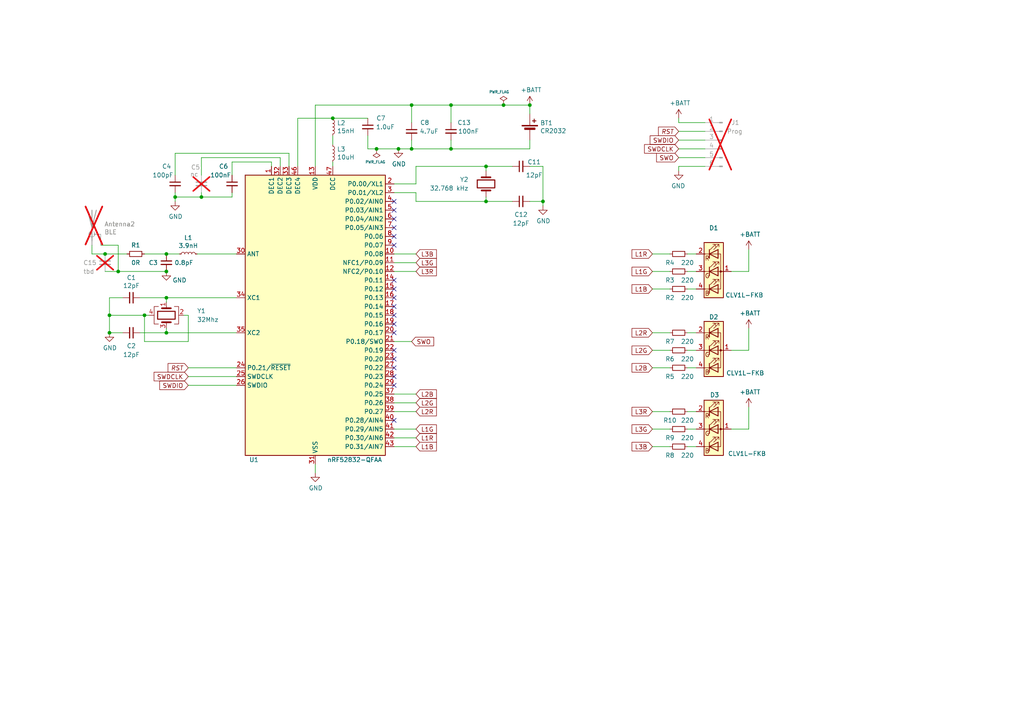
<source format=kicad_sch>
(kicad_sch (version 20231120) (generator "eeschema") (generator_version "8.0")
  (paper "A4")
  (lib_symbols
    (symbol "Device:Antenna_Shield" (pin_numbers hide) (pin_names (offset 1.016) hide)
      (property "Reference" "AE" (at -1.905 4.445 0))
      (property "Value" "Antenna_Shield" (at -1.905 2.54 0))
      (symbol "Antenna_Shield_0_1"
        (arc (start -0.508 -1.143) (mid -0.8429 -2.1194) (end 0 -2.667))
        (arc (start 0 -2.667) (mid 0.7989 -2.1052) (end 0.508 -1.143))
        (polyline (pts (xy 0 -2.54) (xy 0 0)))
        (polyline (pts (xy 0 5.08) (xy 0 -3.81)) (stroke (width 0.254)))
        (polyline (pts (xy 0.762 -1.905) (xy 2.54 -1.905)))
        (polyline (pts (xy 2.54 -2.54) (xy 2.54 -1.905)))
        (polyline (pts (xy 1.27 5.08) (xy 0 0) (xy -1.27 5.08)) (stroke (width 0.254)))
        (circle (center 0.762 -1.905) (radius 0.1778) (fill (type outline)))
      )
      (symbol "Antenna_Shield_1_1"
        (pin input line (at 0 -5.08 90) (length 2.54) (name "A") (number "1"))
        (pin input line (at 2.54 -5.08 90) (length 2.54) (name "Shield") (number "2"))
      )
    )
    (symbol "Device:Battery_Cell" (pin_numbers hide) (pin_names (offset 0) hide)
      (property "Reference" "BT" (at 2.54 2.54 0))
      (property "Value" "Battery_Cell" (at 2.54 0 0))
      (symbol "Battery_Cell_0_1"
        (rectangle (start -2.286 1.778) (end 2.286 1.524) (fill (type outline)))
        (rectangle (start -1.524 1.016) (end 1.524 0.508) (fill (type outline)))
        (polyline (pts (xy 0 0.762) (xy 0 0)))
        (polyline (pts (xy 0 1.778) (xy 0 2.54)))
        (polyline (pts (xy 0.762 3.048) (xy 1.778 3.048)) (stroke (width 0.254)))
        (polyline (pts (xy 1.27 3.556) (xy 1.27 2.54)) (stroke (width 0.254)))
      )
      (symbol "Battery_Cell_1_1"
        (pin passive line (at 0 5.08 270) (length 2.54) (name "+") (number "1"))
        (pin passive line (at 0 -2.54 90) (length 2.54) (name "-") (number "2"))
      )
    )
    (symbol "Device:C_Small" (pin_numbers hide) (pin_names (offset 0.254) hide)
      (property "Reference" "C" (at 0.254 1.778 0))
      (property "Value" "C_Small" (at 0.254 -2.032 0))
      (symbol "C_Small_0_1"
        (polyline (pts (xy -1.524 -0.508) (xy 1.524 -0.508)) (stroke (width 0.3302)))
        (polyline (pts (xy -1.524 0.508) (xy 1.524 0.508)) (stroke (width 0.3048)))
      )
      (symbol "C_Small_1_1"
        (pin passive line (at 0 2.54 270) (length 2.032) (name "~") (number "1"))
        (pin passive line (at 0 -2.54 90) (length 2.032) (name "~") (number "2"))
      )
    )
    (symbol "Device:Crystal" (pin_numbers hide) (pin_names (offset 1.016) hide)
      (property "Reference" "Y" (at 0 3.81 0))
      (property "Value" "Crystal" (at 0 -3.81 0))
      (symbol "Crystal_0_1"
        (rectangle (start -1.143 2.54) (end 1.143 -2.54) (stroke (width 0.3048)))
        (polyline (pts (xy -2.54 0) (xy -1.905 0)))
        (polyline (pts (xy -1.905 -1.27) (xy -1.905 1.27)) (stroke (width 0.508)))
        (polyline (pts (xy 1.905 -1.27) (xy 1.905 1.27)) (stroke (width 0.508)))
        (polyline (pts (xy 2.54 0) (xy 1.905 0)))
      )
      (symbol "Crystal_1_1"
        (pin passive line (at -3.81 0 0) (length 1.27) (name "1") (number "1"))
        (pin passive line (at 3.81 0 180) (length 1.27) (name "2") (number "2"))
      )
    )
    (symbol "Device:Crystal_GND24" (pin_names (offset 1.016) hide)
      (property "Reference" "Y" (at 3.175 5.08 0))
      (property "Value" "Crystal_GND24" (at 3.175 3.175 0))
      (symbol "Crystal_GND24_0_1"
        (rectangle (start -1.143 2.54) (end 1.143 -2.54) (stroke (width 0.3048)))
        (polyline (pts (xy -2.54 0) (xy -2.032 0)))
        (polyline (pts (xy -2.032 -1.27) (xy -2.032 1.27)) (stroke (width 0.508)))
        (polyline (pts (xy 0 -3.81) (xy 0 -3.556)))
        (polyline (pts (xy 0 3.556) (xy 0 3.81)))
        (polyline (pts (xy 2.032 -1.27) (xy 2.032 1.27)) (stroke (width 0.508)))
        (polyline (pts (xy 2.032 0) (xy 2.54 0)))
        (polyline (pts (xy -2.54 -2.286) (xy -2.54 -3.556) (xy 2.54 -3.556) (xy 2.54 -2.286)))
        (polyline (pts (xy -2.54 2.286) (xy -2.54 3.556) (xy 2.54 3.556) (xy 2.54 2.286)))
      )
      (symbol "Crystal_GND24_1_1"
        (pin passive line (at -3.81 0 0) (length 1.27) (name "1") (number "1"))
        (pin passive line (at 0 5.08 270) (length 1.27) (name "2") (number "2"))
        (pin passive line (at 3.81 0 180) (length 1.27) (name "3") (number "3"))
        (pin passive line (at 0 -5.08 90) (length 1.27) (name "4") (number "4"))
      )
    )
    (symbol "Device:LED_ARGB" (pin_names (offset 0) hide)
      (property "Reference" "D" (at 0 9.398 0))
      (property "Value" "LED_ARGB" (at 0 -8.89 0))
      (symbol "LED_ARGB_0_0"
        (text "B" (at -1.905 -6.35 0) (effects (font (size 1.27 1.27))))
        (text "G" (at -1.905 -1.27 0) (effects (font (size 1.27 1.27))))
        (text "R" (at -1.905 3.81 0) (effects (font (size 1.27 1.27))))
      )
      (symbol "LED_ARGB_0_1"
        (polyline (pts (xy -1.27 -5.08) (xy -2.54 -5.08)))
        (polyline (pts (xy -1.27 -5.08) (xy 1.27 -5.08)))
        (polyline (pts (xy -1.27 -3.81) (xy -1.27 -6.35)) (stroke (width 0.254)))
        (polyline (pts (xy -1.27 0) (xy -2.54 0)))
        (polyline (pts (xy -1.27 1.27) (xy -1.27 -1.27)) (stroke (width 0.254)))
        (polyline (pts (xy -1.27 5.08) (xy -2.54 5.08)))
        (polyline (pts (xy -1.27 5.08) (xy 1.27 5.08)))
        (polyline (pts (xy -1.27 6.35) (xy -1.27 3.81)) (stroke (width 0.254)))
        (polyline (pts (xy 1.27 0) (xy -1.27 0)))
        (polyline (pts (xy 1.27 0) (xy 2.54 0)))
        (polyline (pts (xy -1.27 1.27) (xy -1.27 -1.27) (xy -1.27 -1.27)))
        (polyline (pts (xy -1.27 6.35) (xy -1.27 3.81) (xy -1.27 3.81)))
        (polyline (pts (xy 1.27 -5.08) (xy 2.032 -5.08) (xy 2.032 5.08) (xy 1.27 5.08)))
        (polyline (pts (xy 1.27 -3.81) (xy 1.27 -6.35) (xy -1.27 -5.08) (xy 1.27 -3.81)) (stroke (width 0.254)))
        (polyline (pts (xy 1.27 1.27) (xy 1.27 -1.27) (xy -1.27 0) (xy 1.27 1.27)) (stroke (width 0.254)))
        (polyline (pts (xy 1.27 6.35) (xy 1.27 3.81) (xy -1.27 5.08) (xy 1.27 6.35)) (stroke (width 0.254)))
        (polyline (pts (xy -1.016 -3.81) (xy 0.508 -2.286) (xy -0.254 -2.286) (xy 0.508 -2.286) (xy 0.508 -3.048)))
        (polyline (pts (xy -1.016 1.27) (xy 0.508 2.794) (xy -0.254 2.794) (xy 0.508 2.794) (xy 0.508 2.032)))
        (polyline (pts (xy -1.016 6.35) (xy 0.508 7.874) (xy -0.254 7.874) (xy 0.508 7.874) (xy 0.508 7.112)))
        (polyline (pts (xy 0 -3.81) (xy 1.524 -2.286) (xy 0.762 -2.286) (xy 1.524 -2.286) (xy 1.524 -3.048)))
        (polyline (pts (xy 0 1.27) (xy 1.524 2.794) (xy 0.762 2.794) (xy 1.524 2.794) (xy 1.524 2.032)))
        (polyline (pts (xy 0 6.35) (xy 1.524 7.874) (xy 0.762 7.874) (xy 1.524 7.874) (xy 1.524 7.112)))
        (rectangle (start 1.27 -1.27) (end 1.27 1.27))
        (rectangle (start 1.27 1.27) (end 1.27 1.27))
        (rectangle (start 1.27 3.81) (end 1.27 6.35))
        (rectangle (start 1.27 6.35) (end 1.27 6.35))
        (circle (center 2.032 0) (radius 0.254) (fill (type outline)))
        (rectangle (start 2.794 8.382) (end -2.794 -7.62) (stroke (width 0.254)) (fill (type background)))
      )
      (symbol "LED_ARGB_1_1"
        (pin passive line (at 5.08 0 180) (length 2.54) (name "A") (number "1"))
        (pin passive line (at -5.08 5.08 0) (length 2.54) (name "RK") (number "2"))
        (pin passive line (at -5.08 0 0) (length 2.54) (name "GK") (number "3"))
        (pin passive line (at -5.08 -5.08 0) (length 2.54) (name "BK") (number "4"))
      )
    )
    (symbol "Device:L_Small" (pin_numbers hide) (pin_names (offset 0.254) hide)
      (property "Reference" "L" (at 0.762 1.016 0))
      (property "Value" "L_Small" (at 0.762 -1.016 0))
      (symbol "L_Small_0_1"
        (arc (start 0 -2.032) (mid 0.5058 -1.524) (end 0 -1.016))
        (arc (start 0 -1.016) (mid 0.5058 -0.508) (end 0 0))
        (arc (start 0 0) (mid 0.5058 0.508) (end 0 1.016))
        (arc (start 0 1.016) (mid 0.5058 1.524) (end 0 2.032))
      )
      (symbol "L_Small_1_1"
        (pin passive line (at 0 2.54 270) (length 0.508) (name "~") (number "1"))
        (pin passive line (at 0 -2.54 90) (length 0.508) (name "~") (number "2"))
      )
    )
    (symbol "Device:R_Small" (pin_numbers hide) (pin_names (offset 0.254) hide)
      (property "Reference" "R" (at 0.762 0.508 0))
      (property "Value" "R_Small" (at 0.762 -1.016 0))
      (symbol "R_Small_0_1"
        (rectangle (start -0.762 1.778) (end 0.762 -1.778) (stroke (width 0.2032)))
      )
      (symbol "R_Small_1_1"
        (pin passive line (at 0 2.54 270) (length 0.762) (name "~") (number "1"))
        (pin passive line (at 0 -2.54 90) (length 0.762) (name "~") (number "2"))
      )
    )
    (symbol "MCU_Nordic:nRF52832-QFxx"
      (property "Reference" "U" (at 0 1.27 0))
      (property "Value" "nRF52832-QFxx" (at 0 -1.27 0))
      (symbol "nRF52832-QFxx_0_1"
        (rectangle (start -20.32 40.64) (end 20.32 -40.64) (stroke (width 0.254)) (fill (type background)))
      )
      (symbol "nRF52832-QFxx_1_1"
        (pin passive line (at -12.7 43.18 270) (length 2.54) (name "DEC1") (number "1"))
        (pin bidirectional line (at 22.86 17.78 180) (length 2.54) (name "P0.08") (number "10"))
        (pin bidirectional line (at 22.86 15.24 180) (length 2.54) (name "NFC1/P0.09") (number "11"))
        (pin bidirectional line (at 22.86 12.7 180) (length 2.54) (name "NFC2/P0.10") (number "12"))
        (pin power_in line (at 0 43.18 270) (length 2.54) (name "VDD") (number "13"))
        (pin bidirectional line (at 22.86 10.16 180) (length 2.54) (name "P0.11") (number "14"))
        (pin bidirectional line (at 22.86 7.62 180) (length 2.54) (name "P0.12") (number "15"))
        (pin bidirectional line (at 22.86 5.08 180) (length 2.54) (name "P0.13") (number "16"))
        (pin bidirectional line (at 22.86 2.54 180) (length 2.54) (name "P0.14") (number "17"))
        (pin bidirectional line (at 22.86 0 180) (length 2.54) (name "P0.15") (number "18"))
        (pin bidirectional line (at 22.86 -2.54 180) (length 2.54) (name "P0.16") (number "19"))
        (pin bidirectional line (at 22.86 38.1 180) (length 2.54) (name "P0.00/XL1") (number "2"))
        (pin bidirectional line (at 22.86 -5.08 180) (length 2.54) (name "P0.17") (number "20"))
        (pin bidirectional line (at 22.86 -7.62 180) (length 2.54) (name "P0.18/SWO") (number "21"))
        (pin bidirectional line (at 22.86 -10.16 180) (length 2.54) (name "P0.19") (number "22"))
        (pin bidirectional line (at 22.86 -12.7 180) (length 2.54) (name "P0.20") (number "23"))
        (pin bidirectional line (at -22.86 -15.24 0) (length 2.54) (name "P0.21/~{RESET}") (number "24"))
        (pin input line (at -22.86 -17.78 0) (length 2.54) (name "SWDCLK") (number "25"))
        (pin bidirectional line (at -22.86 -20.32 0) (length 2.54) (name "SWDIO") (number "26"))
        (pin bidirectional line (at 22.86 -15.24 180) (length 2.54) (name "P0.22") (number "27"))
        (pin bidirectional line (at 22.86 -17.78 180) (length 2.54) (name "P0.23") (number "28"))
        (pin bidirectional line (at 22.86 -20.32 180) (length 2.54) (name "P0.24") (number "29"))
        (pin bidirectional line (at 22.86 35.56 180) (length 2.54) (name "P0.01/XL2") (number "3"))
        (pin passive line (at -22.86 17.78 0) (length 2.54) (name "ANT") (number "30"))
        (pin power_in line (at 0 -43.18 90) (length 2.54) (name "VSS") (number "31"))
        (pin passive line (at -10.16 43.18 270) (length 2.54) (name "DEC2") (number "32"))
        (pin passive line (at -7.62 43.18 270) (length 2.54) (name "DEC3") (number "33"))
        (pin input line (at -22.86 5.08 0) (length 2.54) (name "XC1") (number "34"))
        (pin input line (at -22.86 -5.08 0) (length 2.54) (name "XC2") (number "35"))
        (pin passive line (at 0 43.18 270) (length 2.54) hide (name "VDD") (number "36"))
        (pin bidirectional line (at 22.86 -22.86 180) (length 2.54) (name "P0.25") (number "37"))
        (pin bidirectional line (at 22.86 -25.4 180) (length 2.54) (name "P0.26") (number "38"))
        (pin bidirectional line (at 22.86 -27.94 180) (length 2.54) (name "P0.27") (number "39"))
        (pin bidirectional line (at 22.86 33.02 180) (length 2.54) (name "P0.02/AIN0") (number "4"))
        (pin bidirectional line (at 22.86 -30.48 180) (length 2.54) (name "P0.28/AIN4") (number "40"))
        (pin bidirectional line (at 22.86 -33.02 180) (length 2.54) (name "P0.29/AIN5") (number "41"))
        (pin bidirectional line (at 22.86 -35.56 180) (length 2.54) (name "P0.30/AIN6") (number "42"))
        (pin bidirectional line (at 22.86 -38.1 180) (length 2.54) (name "P0.31/AIN7") (number "43"))
        (pin no_connect line (at -20.32 -30.48 0) (length 2.54) hide (name "NC") (number "44"))
        (pin passive line (at 0 -43.18 90) (length 2.54) hide (name "VSS") (number "45"))
        (pin passive line (at -5.08 43.18 270) (length 2.54) (name "DEC4") (number "46"))
        (pin power_out line (at 5.08 43.18 270) (length 2.54) (name "DCC") (number "47"))
        (pin passive line (at 0 43.18 270) (length 2.54) hide (name "VDD") (number "48"))
        (pin passive line (at 0 -43.18 90) (length 2.54) hide (name "VSS") (number "49"))
        (pin bidirectional line (at 22.86 30.48 180) (length 2.54) (name "P0.03/AIN1") (number "5"))
        (pin bidirectional line (at 22.86 27.94 180) (length 2.54) (name "P0.04/AIN2") (number "6"))
        (pin bidirectional line (at 22.86 25.4 180) (length 2.54) (name "P0.05/AIN3") (number "7"))
        (pin bidirectional line (at 22.86 22.86 180) (length 2.54) (name "P0.06") (number "8"))
        (pin bidirectional line (at 22.86 20.32 180) (length 2.54) (name "P0.07") (number "9"))
      )
    )
    (symbol "Snowflake-Ornament-rescue:+BATT-power" (power) (pin_names (offset 0))
      (property "Value" "power_+BATT" (at 0 3.556 0))
      (symbol "+BATT-power_0_1"
        (polyline (pts (xy -0.762 1.27) (xy 0 2.54)))
        (polyline (pts (xy 0 0) (xy 0 2.54)))
        (polyline (pts (xy 0 2.54) (xy 0.762 1.27)))
      )
      (symbol "+BATT-power_1_1"
        (pin power_in line (at 0 0 90) (length 0) hide (name "+BATT") (number "1"))
      )
    )
    (symbol "Snowflake-Ornament-rescue:Conn_01x06_Male-Connector" (pin_names (offset 1.016) hide)
      (property "Reference" "J" (at 0 7.62 0))
      (property "Value" "Connector_Conn_01x06_Male" (at 0 -10.16 0))
      (symbol "Conn_01x06_Male-Connector_1_1"
        (polyline (pts (xy 1.27 -7.62) (xy 0.8636 -7.62)) (stroke (width 0.1524)))
        (polyline (pts (xy 1.27 -5.08) (xy 0.8636 -5.08)) (stroke (width 0.1524)))
        (polyline (pts (xy 1.27 -2.54) (xy 0.8636 -2.54)) (stroke (width 0.1524)))
        (polyline (pts (xy 1.27 0) (xy 0.8636 0)) (stroke (width 0.1524)))
        (polyline (pts (xy 1.27 2.54) (xy 0.8636 2.54)) (stroke (width 0.1524)))
        (polyline (pts (xy 1.27 5.08) (xy 0.8636 5.08)) (stroke (width 0.1524)))
        (rectangle (start 0.8636 -7.493) (end 0 -7.747) (stroke (width 0.1524)) (fill (type outline)))
        (rectangle (start 0.8636 -4.953) (end 0 -5.207) (stroke (width 0.1524)) (fill (type outline)))
        (rectangle (start 0.8636 -2.413) (end 0 -2.667) (stroke (width 0.1524)) (fill (type outline)))
        (rectangle (start 0.8636 0.127) (end 0 -0.127) (stroke (width 0.1524)) (fill (type outline)))
        (rectangle (start 0.8636 2.667) (end 0 2.413) (stroke (width 0.1524)) (fill (type outline)))
        (rectangle (start 0.8636 5.207) (end 0 4.953) (stroke (width 0.1524)) (fill (type outline)))
        (pin passive line (at 5.08 5.08 180) (length 3.81) (name "Pin_1") (number "1"))
        (pin passive line (at 5.08 2.54 180) (length 3.81) (name "Pin_2") (number "2"))
        (pin passive line (at 5.08 0 180) (length 3.81) (name "Pin_3") (number "3"))
        (pin passive line (at 5.08 -2.54 180) (length 3.81) (name "Pin_4") (number "4"))
        (pin passive line (at 5.08 -5.08 180) (length 3.81) (name "Pin_5") (number "5"))
        (pin passive line (at 5.08 -7.62 180) (length 3.81) (name "Pin_6") (number "6"))
      )
    )
    (symbol "Snowflake-Ornament-rescue:GND-power" (power) (pin_names (offset 0))
      (property "Value" "power_GND" (at 0 -3.81 0))
      (symbol "GND-power_0_1"
        (polyline (pts (xy 0 0) (xy 0 -1.27) (xy 1.27 -1.27) (xy 0 -2.54) (xy -1.27 -1.27) (xy 0 -1.27)))
      )
      (symbol "GND-power_1_1"
        (pin power_in line (at 0 0 270) (length 0) hide (name "GND") (number "1"))
      )
    )
    (symbol "Snowflake-Ornament-rescue:PWR_FLAG-power" (power) (pin_numbers hide) (pin_names (offset 0) hide)
      (property "Value" "power_PWR_FLAG" (at 0 3.81 0))
      (symbol "PWR_FLAG-power_0_0"
        (pin power_out line (at 0 0 90) (length 0) (name "pwr") (number "1"))
      )
      (symbol "PWR_FLAG-power_0_1"
        (polyline (pts (xy 0 0) (xy 0 1.27) (xy -1.016 1.905) (xy 0 2.54) (xy 1.016 1.905) (xy 0 1.27)))
      )
    )
  )
  (junction (at 58.42 57.15))
  (junction (at 146.05 30.48))
  (junction (at 34.29 78.74))
  (junction (at 119.38 43.18))
  (junction (at 48.26 96.52))
  (junction (at 140.97 58.42))
  (junction (at 50.8 57.15))
  (junction (at 157.48 58.42))
  (junction (at 48.26 78.74))
  (junction (at 48.26 86.36))
  (junction (at 30.48 73.66))
  (junction (at 130.81 30.48))
  (junction (at 119.38 30.48))
  (junction (at 41.91 91.44))
  (junction (at 115.57 43.18))
  (junction (at 31.75 91.44))
  (junction (at 109.22 43.18))
  (junction (at 96.52 34.29))
  (junction (at 140.97 48.26))
  (junction (at 130.81 43.18))
  (junction (at 153.67 30.48))
  (junction (at 48.26 73.66))
  (junction (at 31.75 96.52))
  (no_connect (at 114.3 91.44))
  (no_connect (at 114.3 104.14))
  (no_connect (at 114.3 58.42))
  (no_connect (at 114.3 96.52))
  (no_connect (at 114.3 111.76))
  (no_connect (at 114.3 93.98))
  (no_connect (at 114.3 101.6))
  (no_connect (at 114.3 81.28))
  (no_connect (at 114.3 63.5))
  (no_connect (at 114.3 88.9))
  (no_connect (at 114.3 71.12))
  (no_connect (at 114.3 106.68))
  (no_connect (at 114.3 83.82))
  (no_connect (at 114.3 68.58))
  (no_connect (at 114.3 121.92))
  (no_connect (at 114.3 109.22))
  (no_connect (at 114.3 66.04))
  (no_connect (at 114.3 60.96))
  (no_connect (at 114.3 86.36))
  (wire (pts (xy 119.38 40.64) (xy 119.38 43.18)))
  (wire (pts (xy 120.65 129.54) (xy 114.3 129.54)))
  (wire (pts (xy 50.8 44.45) (xy 50.8 50.8)))
  (wire (pts (xy 157.48 48.26) (xy 157.48 58.42)))
  (wire (pts (xy 34.29 71.12) (xy 34.29 78.74)))
  (wire (pts (xy 114.3 55.88) (xy 120.65 55.88)))
  (wire (pts (xy 120.65 48.26) (xy 140.97 48.26)))
  (wire (pts (xy 109.22 43.18) (xy 106.68 43.18)))
  (wire (pts (xy 114.3 73.66) (xy 120.65 73.66)))
  (wire (pts (xy 212.09 124.46) (xy 217.17 124.46)))
  (wire (pts (xy 67.31 57.15) (xy 67.31 55.88)))
  (wire (pts (xy 31.75 96.52) (xy 35.56 96.52)))
  (wire (pts (xy 81.28 48.26) (xy 81.28 45.72)))
  (wire (pts (xy 204.47 35.56) (xy 196.85 35.56)))
  (wire (pts (xy 120.65 53.34) (xy 114.3 53.34)))
  (wire (pts (xy 68.58 96.52) (xy 48.26 96.52)))
  (wire (pts (xy 212.09 101.6) (xy 217.17 101.6)))
  (wire (pts (xy 146.05 30.48) (xy 153.67 30.48)))
  (wire (pts (xy 199.39 96.52) (xy 201.93 96.52)))
  (wire (pts (xy 41.91 99.06) (xy 41.91 91.44)))
  (wire (pts (xy 130.81 43.18) (xy 153.67 43.18)))
  (wire (pts (xy 157.48 48.26) (xy 153.67 48.26)))
  (wire (pts (xy 68.58 111.76) (xy 54.61 111.76)))
  (wire (pts (xy 204.47 45.72) (xy 196.85 45.72)))
  (wire (pts (xy 106.68 34.29) (xy 96.52 34.29)))
  (wire (pts (xy 114.3 76.2) (xy 120.65 76.2)))
  (wire (pts (xy 96.52 34.29) (xy 86.36 34.29)))
  (wire (pts (xy 53.34 91.44) (xy 54.61 91.44)))
  (wire (pts (xy 54.61 91.44) (xy 54.61 99.06)))
  (wire (pts (xy 199.39 124.46) (xy 201.93 124.46)))
  (wire (pts (xy 120.65 124.46) (xy 114.3 124.46)))
  (wire (pts (xy 40.64 96.52) (xy 48.26 96.52)))
  (wire (pts (xy 199.39 106.68) (xy 201.93 106.68)))
  (wire (pts (xy 83.82 48.26) (xy 83.82 44.45)))
  (wire (pts (xy 50.8 57.15) (xy 58.42 57.15)))
  (wire (pts (xy 204.47 40.64) (xy 196.85 40.64)))
  (wire (pts (xy 196.85 43.18) (xy 204.47 43.18)))
  (wire (pts (xy 78.74 46.99) (xy 78.74 48.26)))
  (wire (pts (xy 130.81 43.18) (xy 119.38 43.18)))
  (wire (pts (xy 120.65 119.38) (xy 114.3 119.38)))
  (wire (pts (xy 153.67 33.02) (xy 153.67 30.48)))
  (wire (pts (xy 194.31 129.54) (xy 189.23 129.54)))
  (wire (pts (xy 48.26 86.36) (xy 40.64 86.36)))
  (wire (pts (xy 119.38 35.56) (xy 119.38 30.48)))
  (wire (pts (xy 58.42 57.15) (xy 58.42 55.88)))
  (wire (pts (xy 115.57 43.18) (xy 109.22 43.18)))
  (wire (pts (xy 67.31 46.99) (xy 78.74 46.99)))
  (wire (pts (xy 86.36 34.29) (xy 86.36 48.26)))
  (wire (pts (xy 30.48 73.66) (xy 26.67 73.66)))
  (wire (pts (xy 194.31 101.6) (xy 189.23 101.6)))
  (wire (pts (xy 50.8 57.15) (xy 50.8 58.42)))
  (wire (pts (xy 48.26 78.74) (xy 34.29 78.74)))
  (wire (pts (xy 212.09 78.74) (xy 217.17 78.74)))
  (wire (pts (xy 196.85 38.1) (xy 204.47 38.1)))
  (wire (pts (xy 140.97 58.42) (xy 148.59 58.42)))
  (wire (pts (xy 41.91 73.66) (xy 48.26 73.66)))
  (wire (pts (xy 130.81 30.48) (xy 146.05 30.48)))
  (wire (pts (xy 189.23 96.52) (xy 194.31 96.52)))
  (wire (pts (xy 130.81 40.64) (xy 130.81 43.18)))
  (wire (pts (xy 189.23 119.38) (xy 194.31 119.38)))
  (wire (pts (xy 199.39 119.38) (xy 201.93 119.38)))
  (wire (pts (xy 106.68 43.18) (xy 106.68 39.37)))
  (wire (pts (xy 217.17 101.6) (xy 217.17 95.25)))
  (wire (pts (xy 196.85 35.56) (xy 196.85 34.29)))
  (wire (pts (xy 194.31 106.68) (xy 189.23 106.68)))
  (wire (pts (xy 199.39 78.74) (xy 201.93 78.74)))
  (wire (pts (xy 120.65 114.3) (xy 114.3 114.3)))
  (wire (pts (xy 34.29 78.74) (xy 30.48 78.74)))
  (wire (pts (xy 57.15 73.66) (xy 68.58 73.66)))
  (wire (pts (xy 194.31 124.46) (xy 189.23 124.46)))
  (wire (pts (xy 194.31 83.82) (xy 189.23 83.82)))
  (wire (pts (xy 199.39 83.82) (xy 201.93 83.82)))
  (wire (pts (xy 196.85 49.53) (xy 196.85 48.26)))
  (wire (pts (xy 58.42 45.72) (xy 58.42 50.8)))
  (wire (pts (xy 91.44 137.16) (xy 91.44 134.62)))
  (wire (pts (xy 48.26 86.36) (xy 48.26 87.63)))
  (wire (pts (xy 96.52 41.91) (xy 96.52 39.37)))
  (wire (pts (xy 120.65 116.84) (xy 114.3 116.84)))
  (wire (pts (xy 26.67 73.66) (xy 26.67 71.12)))
  (wire (pts (xy 119.38 43.18) (xy 115.57 43.18)))
  (wire (pts (xy 114.3 78.74) (xy 120.65 78.74)))
  (wire (pts (xy 29.21 71.12) (xy 34.29 71.12)))
  (wire (pts (xy 114.3 99.06) (xy 119.38 99.06)))
  (wire (pts (xy 199.39 101.6) (xy 201.93 101.6)))
  (wire (pts (xy 204.47 48.26) (xy 196.85 48.26)))
  (wire (pts (xy 96.52 46.99) (xy 96.52 48.26)))
  (wire (pts (xy 41.91 91.44) (xy 31.75 91.44)))
  (wire (pts (xy 41.91 99.06) (xy 54.61 99.06)))
  (wire (pts (xy 58.42 45.72) (xy 81.28 45.72)))
  (wire (pts (xy 119.38 30.48) (xy 130.81 30.48)))
  (wire (pts (xy 50.8 55.88) (xy 50.8 57.15)))
  (wire (pts (xy 48.26 96.52) (xy 48.26 95.25)))
  (wire (pts (xy 189.23 73.66) (xy 194.31 73.66)))
  (wire (pts (xy 50.8 44.45) (xy 83.82 44.45)))
  (wire (pts (xy 217.17 124.46) (xy 217.17 118.11)))
  (wire (pts (xy 157.48 58.42) (xy 157.48 59.69)))
  (wire (pts (xy 194.31 78.74) (xy 189.23 78.74)))
  (wire (pts (xy 52.07 73.66) (xy 48.26 73.66)))
  (wire (pts (xy 120.65 48.26) (xy 120.65 53.34)))
  (wire (pts (xy 54.61 106.68) (xy 68.58 106.68)))
  (wire (pts (xy 148.59 48.26) (xy 140.97 48.26)))
  (wire (pts (xy 31.75 86.36) (xy 31.75 91.44)))
  (wire (pts (xy 153.67 58.42) (xy 157.48 58.42)))
  (wire (pts (xy 217.17 78.74) (xy 217.17 72.39)))
  (wire (pts (xy 120.65 55.88) (xy 120.65 58.42)))
  (wire (pts (xy 120.65 58.42) (xy 140.97 58.42)))
  (wire (pts (xy 30.48 73.66) (xy 36.83 73.66)))
  (wire (pts (xy 31.75 91.44) (xy 31.75 96.52)))
  (wire (pts (xy 140.97 58.42) (xy 140.97 57.15)))
  (wire (pts (xy 199.39 129.54) (xy 201.93 129.54)))
  (wire (pts (xy 67.31 50.8) (xy 67.31 46.99)))
  (wire (pts (xy 68.58 86.36) (xy 48.26 86.36)))
  (wire (pts (xy 91.44 30.48) (xy 119.38 30.48)))
  (wire (pts (xy 130.81 35.56) (xy 130.81 30.48)))
  (wire (pts (xy 140.97 48.26) (xy 140.97 49.53)))
  (wire (pts (xy 199.39 73.66) (xy 201.93 73.66)))
  (wire (pts (xy 120.65 127) (xy 114.3 127)))
  (wire (pts (xy 153.67 40.64) (xy 153.67 43.18)))
  (wire (pts (xy 91.44 30.48) (xy 91.44 48.26)))
  (wire (pts (xy 68.58 109.22) (xy 54.61 109.22)))
  (wire (pts (xy 58.42 57.15) (xy 67.31 57.15)))
  (wire (pts (xy 43.18 91.44) (xy 41.91 91.44)))
  (wire (pts (xy 35.56 86.36) (xy 31.75 86.36)))
  (global_label "L1G" (shape input) (at 120.65 124.46 0) (property "Intersheetrefs" "${INTERSHEET_REFS}" (effects (hide yes))))
  (global_label "L3R" (shape input) (at 189.23 119.38 180) (property "Intersheetrefs" "${INTERSHEET_REFS}" (effects (hide yes))))
  (global_label "SWDCLK" (shape input) (at 196.85 43.18 180) (property "Intersheetrefs" "${INTERSHEET_REFS}" (effects (hide yes))))
  (global_label "L3B" (shape input) (at 120.65 73.66 0) (property "Intersheetrefs" "${INTERSHEET_REFS}" (effects (hide yes))))
  (global_label "L2R" (shape input) (at 120.65 119.38 0) (property "Intersheetrefs" "${INTERSHEET_REFS}" (effects (hide yes))))
  (global_label "L2G" (shape input) (at 120.65 116.84 0) (property "Intersheetrefs" "${INTERSHEET_REFS}" (effects (hide yes))))
  (global_label "SWO" (shape input) (at 196.85 45.72 180) (property "Intersheetrefs" "${INTERSHEET_REFS}" (effects (hide yes))))
  (global_label "L2R" (shape input) (at 189.23 96.52 180) (property "Intersheetrefs" "${INTERSHEET_REFS}" (effects (hide yes))))
  (global_label "SWDCLK" (shape input) (at 54.61 109.22 180) (property "Intersheetrefs" "${INTERSHEET_REFS}" (effects (hide yes))))
  (global_label "L1B" (shape input) (at 120.65 129.54 0) (property "Intersheetrefs" "${INTERSHEET_REFS}" (effects (hide yes))))
  (global_label "RST" (shape input) (at 196.85 38.1 180) (effects (font (italic yes))) (property "Intersheetrefs" "${INTERSHEET_REFS}" (effects (hide yes))))
  (global_label "L3R" (shape input) (at 120.65 78.74 0) (property "Intersheetrefs" "${INTERSHEET_REFS}" (effects (hide yes))))
  (global_label "SWDIO" (shape input) (at 196.85 40.64 180) (property "Intersheetrefs" "${INTERSHEET_REFS}" (effects (hide yes))))
  (global_label "L2B" (shape input) (at 120.65 114.3 0) (property "Intersheetrefs" "${INTERSHEET_REFS}" (effects (hide yes))))
  (global_label "RST" (shape input) (at 54.61 106.68 180) (effects (font (italic yes))) (property "Intersheetrefs" "${INTERSHEET_REFS}" (effects (hide yes))))
  (global_label "L1G" (shape input) (at 189.23 78.74 180) (property "Intersheetrefs" "${INTERSHEET_REFS}" (effects (hide yes))))
  (global_label "L1R" (shape input) (at 189.23 73.66 180) (property "Intersheetrefs" "${INTERSHEET_REFS}" (effects (hide yes))))
  (global_label "SWO" (shape input) (at 119.38 99.06 0) (property "Intersheetrefs" "${INTERSHEET_REFS}" (effects (hide yes))))
  (global_label "L1R" (shape input) (at 120.65 127 0) (property "Intersheetrefs" "${INTERSHEET_REFS}" (effects (hide yes))))
  (global_label "SWDIO" (shape input) (at 54.61 111.76 180) (property "Intersheetrefs" "${INTERSHEET_REFS}" (effects (hide yes))))
  (global_label "L2B" (shape input) (at 189.23 106.68 180) (property "Intersheetrefs" "${INTERSHEET_REFS}" (effects (hide yes))))
  (global_label "L1B" (shape input) (at 189.23 83.82 180) (property "Intersheetrefs" "${INTERSHEET_REFS}" (effects (hide yes))))
  (global_label "L2G" (shape input) (at 189.23 101.6 180) (property "Intersheetrefs" "${INTERSHEET_REFS}" (effects (hide yes))))
  (global_label "L3B" (shape input) (at 189.23 129.54 180) (property "Intersheetrefs" "${INTERSHEET_REFS}" (effects (hide yes))))
  (global_label "L3G" (shape input) (at 120.65 76.2 0) (property "Intersheetrefs" "${INTERSHEET_REFS}" (effects (hide yes))))
  (global_label "L3G" (shape input) (at 189.23 124.46 180) (property "Intersheetrefs" "${INTERSHEET_REFS}" (effects (hide yes))))
  (symbol (lib_id "MCU_Nordic:nRF52832-QFxx") (at 91.44 91.44 0) (unit 1)
    (property "Reference" "U1" (at 73.66 133.35 0))
    (property "Value" "nRF52832-QFAA" (at 102.87 133.35 0))
    (property "Footprint" "Package_DFN_QFN:QFN-48-1EP_6x6mm_P0.4mm_EP4.66x4.66mm" (effects (hide yes)))
  )
  (symbol (lib_id "Device:Crystal_GND24") (at 48.26 91.44 270) (unit 1)
    (property "Reference" "Y1" (at 57.15 90.17 90) (effects (justify left)))
    (property "Value" "32Mhz" (at 57.15 92.71 90) (effects (justify left)))
    (property "Footprint" "Crystal:Crystal_SMD_2016-4Pin_2.0x1.6mm" (effects (hide yes)))
    (property "Description" "XTAL SMD 2016, 32 MHz, Cl=8 pF, total tol. ±40 ppm" (effects (hide yes)))
  )
  (symbol (lib_id "Device:C_Small") (at 38.1 86.36 270) (unit 1)
    (property "Reference" "C1" (at 38.1 80.5434 90))
    (property "Value" "12pF" (at 38.1 82.8548 90))
    (property "Footprint" "Capacitor_SMD:C_0603_1608Metric" (effects (hide yes)))
    (property "Description" "Capacitor, NP0, ±2%" (effects (hide yes)))
  )
  (symbol (lib_id "Device:C_Small") (at 38.1 96.52 270) (unit 1)
    (property "Reference" "C2" (at 38.1 100.33 90))
    (property "Value" "12pF" (at 38.1 102.87 90))
    (property "Footprint" "Capacitor_SMD:C_0603_1608Metric" (effects (hide yes)))
    (property "Description" "Capacitor, NP0, ±2%" (effects (hide yes)))
  )
  (symbol (lib_id "Snowflake-Ornament-rescue:GND-power") (at 31.75 96.52 0) (unit 1)
    (property "Reference" "#PWR0101" (effects (hide yes)))
    (property "Value" "GND" (at 31.877 100.9142 0))
  )
  (symbol (lib_id "Device:L_Small") (at 54.61 73.66 90) (unit 1)
    (property "Reference" "L1" (at 54.61 68.961 90))
    (property "Value" "3.9nH" (at 54.61 71.2724 90))
    (property "Footprint" "Inductor_SMD:L_0603_1608Metric" (effects (hide yes)))
    (property "Description" "High frequency chip inductor ±5%" (effects (hide yes)))
  )
  (symbol (lib_id "Device:C_Small") (at 48.26 76.2 0) (unit 1)
    (property "Reference" "C3" (at 44.45 76.2 0))
    (property "Value" "0.8pF" (at 53.34 76.2 0))
    (property "Footprint" "Capacitor_SMD:C_0603_1608Metric" (effects (hide yes)))
    (property "Description" "Capacitor, NP0, ±5%" (effects (hide yes)))
  )
  (symbol (lib_id "Snowflake-Ornament-rescue:GND-power") (at 48.26 78.74 0) (unit 1)
    (property "Reference" "#PWR0104" (effects (hide yes)))
    (property "Value" "GND" (at 52.07 81.28 0))
  )
  (symbol (lib_id "Device:C_Small") (at 50.8 53.34 0) (unit 1)
    (property "Reference" "C4" (at 46.99 48.26 0) (effects (justify left)))
    (property "Value" "100pF" (at 44.196 50.8 0) (effects (justify left)))
    (property "Footprint" "Capacitor_SMD:C_0603_1608Metric" (effects (hide yes)))
    (property "Description" "Capacitor, X7R, ±10%" (effects (hide yes)))
  )
  (symbol (lib_id "Snowflake-Ornament-rescue:GND-power") (at 50.8 58.42 0) (unit 1)
    (property "Reference" "#PWR0105" (effects (hide yes)))
    (property "Value" "GND" (at 50.927 62.8142 0))
  )
  (symbol (lib_id "Device:C_Small") (at 58.42 53.34 0) (unit 1) (dnp yes)
    (property "Reference" "C5" (at 55.372 48.514 0) (effects (justify left)))
    (property "Value" "nc" (at 55.118 50.546 0) (effects (justify left)))
    (property "Footprint" "Capacitor_SMD:C_0603_1608Metric" (effects (hide yes)))
    (property "Description" "Capacitor, NP0, ±5%" (effects (hide yes)))
  )
  (symbol (lib_id "Device:C_Small") (at 67.31 53.34 0) (unit 1)
    (property "Reference" "C6" (at 63.5 48.26 0) (effects (justify left)))
    (property "Value" "100nF" (at 60.96 50.8 0) (effects (justify left)))
    (property "Footprint" "Capacitor_SMD:C_0603_1608Metric" (effects (hide yes)))
    (property "Description" "Capacitor, NP0, ±5%" (effects (hide yes)))
  )
  (symbol (lib_id "Snowflake-Ornament-rescue:GND-power") (at 115.57 43.18 0) (unit 1)
    (property "Reference" "#PWR0106" (effects (hide yes)))
    (property "Value" "GND" (at 115.697 47.5742 0))
  )
  (symbol (lib_id "Device:L_Small") (at 96.52 44.45 0) (unit 1)
    (property "Reference" "L3" (at 97.7392 43.2816 0) (effects (justify left)))
    (property "Value" "10uH" (at 97.7392 45.593 0) (effects (justify left)))
    (property "Footprint" "Inductor_SMD:L_0603_1608Metric" (effects (hide yes)))
    (property "Description" "Chip inductor, IDC,min = 50 mA, ±20%" (effects (hide yes)))
  )
  (symbol (lib_id "Device:L_Small") (at 96.52 36.83 0) (unit 1)
    (property "Reference" "L2" (at 97.7392 35.6616 0) (effects (justify left)))
    (property "Value" "15nH" (at 97.7392 37.973 0) (effects (justify left)))
    (property "Footprint" "Inductor_SMD:L_0603_1608Metric" (effects (hide yes)))
    (property "Description" "High frequency chip inductor ±10%" (effects (hide yes)))
  )
  (symbol (lib_id "Device:C_Small") (at 106.68 36.83 0) (unit 1)
    (property "Reference" "C7" (at 110.49 34.29 0))
    (property "Value" "1.0uF" (at 111.76 36.83 0))
    (property "Footprint" "Capacitor_SMD:C_0603_1608Metric" (effects (hide yes)))
    (property "Description" "Capacitor, X7R, ±10% " (effects (hide yes)))
  )
  (symbol (lib_id "Snowflake-Ornament-rescue:GND-power") (at 91.44 137.16 0) (unit 1)
    (property "Reference" "#PWR0107" (effects (hide yes)))
    (property "Value" "GND" (at 91.567 141.5542 0))
  )
  (symbol (lib_id "Device:C_Small") (at 119.38 38.1 0) (unit 1)
    (property "Reference" "C8" (at 123.19 35.56 0))
    (property "Value" "4.7uF" (at 124.46 38.1 0))
    (property "Footprint" "Capacitor_SMD:C_0603_1608Metric" (effects (hide yes)))
    (property "Description" "Capacitor, X5R, ±10%" (effects (hide yes)))
  )
  (symbol (lib_id "Device:Crystal") (at 140.97 53.34 90) (unit 1)
    (property "Reference" "Y2" (at 135.89 52.07 90) (effects (justify left)))
    (property "Value" "32.768 kHz" (at 135.89 54.61 90) (effects (justify left)))
    (property "Footprint" "Crystal:Crystal_SMD_3215-2Pin_3.2x1.5mm" (effects (hide yes)))
    (property "Description" "XTAL SMD 3215, 32.768 kHz, CI=9 pF, total tol. ±50 ppm " (effects (hide yes)))
  )
  (symbol (lib_id "Device:C_Small") (at 151.13 58.42 90) (unit 1)
    (property "Reference" "C12" (at 151.13 62.23 90))
    (property "Value" "12pF" (at 151.13 64.77 90))
    (property "Footprint" "Capacitor_SMD:C_0603_1608Metric" (effects (hide yes)))
    (property "Description" "Capacitor, NP0, ±2%" (effects (hide yes)))
  )
  (symbol (lib_id "Device:C_Small") (at 151.13 48.26 90) (unit 1)
    (property "Reference" "C11" (at 154.94 46.99 90))
    (property "Value" "12pF" (at 154.94 50.8 90))
    (property "Footprint" "Capacitor_SMD:C_0603_1608Metric" (effects (hide yes)))
    (property "Description" "Capacitor, NP0, ±2%" (effects (hide yes)))
  )
  (symbol (lib_id "Snowflake-Ornament-rescue:GND-power") (at 157.48 59.69 0) (unit 1)
    (property "Reference" "#PWR0108" (effects (hide yes)))
    (property "Value" "GND" (at 157.607 64.0842 0))
  )
  (symbol (lib_id "Device:C_Small") (at 130.81 38.1 0) (unit 1)
    (property "Reference" "C13" (at 134.62 35.56 0))
    (property "Value" "100nF" (at 135.89 38.1 0))
    (property "Footprint" "Capacitor_SMD:C_0603_1608Metric" (effects (hide yes)))
    (property "Description" "Capacitor, NP0, ±5%" (effects (hide yes)))
  )
  (symbol (lib_id "Snowflake-Ornament-rescue:Conn_01x06_Male-Connector") (at 209.55 40.64 0) (mirror y) (unit 1) (dnp yes)
    (property "Reference" "J1" (at 212.09 35.56 0) (effects (justify right)))
    (property "Value" "Prog" (at 210.82 38.1 0) (effects (justify right)))
    (property "Footprint" "lib:PinHeader_1x06_P2.00mm_Pad" (effects (hide yes)))
  )
  (symbol (lib_id "Snowflake-Ornament-rescue:GND-power") (at 196.85 49.53 0) (mirror y) (unit 1)
    (property "Reference" "#PWR04" (effects (hide yes)))
    (property "Value" "GND" (at 196.723 53.9242 0))
  )
  (symbol (lib_id "Device:LED_ARGB") (at 207.01 101.6 0) (unit 1)
    (property "Reference" "D2" (at 207.01 91.948 0))
    (property "Value" "CLV1L-FKB" (at 216.154 108.204 0))
    (property "Footprint" "Library:LED-CREE-CLV1L-FKB" (effects (hide yes)))
    (property "Description" "Cree CLV1L-FKB" (effects (hide yes)))
  )
  (symbol (lib_id "Device:LED_ARGB") (at 207.01 78.74 0) (unit 1)
    (property "Reference" "D1" (at 207.01 66.1162 0))
    (property "Value" "CLV1L-FKB" (at 215.9 85.598 0))
    (property "Footprint" "Library:LED-CREE-CLV1L-FKB" (effects (hide yes)))
    (property "Description" "Cree CLV1L-FKB" (effects (hide yes)))
  )
  (symbol (lib_id "Device:LED_ARGB") (at 207.01 124.46 0) (unit 1)
    (property "Reference" "D3" (at 207.264 114.554 0))
    (property "Value" "CLV1L-FKB" (at 216.662 131.572 0))
    (property "Footprint" "Library:LED-CREE-CLV1L-FKB" (effects (hide yes)))
    (property "Description" "Cree CLV1L-FKB" (effects (hide yes)))
  )
  (symbol (lib_id "Device:Battery_Cell") (at 153.67 38.1 0) (unit 1)
    (property "Reference" "BT1" (at 156.6672 35.6616 0) (effects (justify left)))
    (property "Value" "CR2032" (at 156.6672 37.973 0) (effects (justify left)))
    (property "Footprint" "Battery:BatteryHolder_Keystone_3034_1x20mm" (effects (hide yes)))
    (property "Description" "Keystone 3034" (effects (hide yes)))
  )
  (symbol (lib_id "Device:R_Small") (at 196.85 83.82 90) (unit 1)
    (property "Reference" "R2" (at 194.31 86.36 90))
    (property "Value" "220" (at 199.39 86.36 90))
    (property "Footprint" "Resistor_SMD:R_0603_1608Metric" (effects (hide yes)))
  )
  (symbol (lib_id "Device:R_Small") (at 196.85 78.74 90) (unit 1)
    (property "Reference" "R3" (at 194.31 81.28 90))
    (property "Value" "220" (at 199.39 81.28 90))
    (property "Footprint" "Resistor_SMD:R_0603_1608Metric" (effects (hide yes)))
  )
  (symbol (lib_id "Snowflake-Ornament-rescue:+BATT-power") (at 153.67 30.48 0) (unit 1)
    (property "Reference" "#PWR05" (effects (hide yes)))
    (property "Value" "+BATT" (at 154.051 26.0858 0))
  )
  (symbol (lib_id "Device:R_Small") (at 196.85 73.66 90) (unit 1)
    (property "Reference" "R4" (at 194.31 76.2 90))
    (property "Value" "220" (at 199.39 76.2 90))
    (property "Footprint" "Resistor_SMD:R_0603_1608Metric" (effects (hide yes)))
  )
  (symbol (lib_id "Device:R_Small") (at 196.85 106.68 90) (unit 1)
    (property "Reference" "R5" (at 194.31 109.22 90))
    (property "Value" "220" (at 199.39 109.22 90))
    (property "Footprint" "Resistor_SMD:R_0603_1608Metric" (effects (hide yes)))
  )
  (symbol (lib_id "Device:R_Small") (at 196.85 101.6 90) (unit 1)
    (property "Reference" "R6" (at 194.31 104.14 90))
    (property "Value" "220" (at 199.39 104.14 90))
    (property "Footprint" "Resistor_SMD:R_0603_1608Metric" (effects (hide yes)))
  )
  (symbol (lib_id "Device:R_Small") (at 196.85 96.52 90) (unit 1)
    (property "Reference" "R7" (at 194.31 99.06 90))
    (property "Value" "220" (at 199.39 99.06 90))
    (property "Footprint" "Resistor_SMD:R_0603_1608Metric" (effects (hide yes)))
  )
  (symbol (lib_id "Device:R_Small") (at 196.85 129.54 90) (unit 1)
    (property "Reference" "R8" (at 194.31 132.08 90))
    (property "Value" "220" (at 199.39 132.08 90))
    (property "Footprint" "Resistor_SMD:R_0603_1608Metric" (effects (hide yes)))
  )
  (symbol (lib_id "Device:R_Small") (at 196.85 124.46 90) (unit 1)
    (property "Reference" "R9" (at 194.31 127 90))
    (property "Value" "220" (at 199.39 127 90))
    (property "Footprint" "Resistor_SMD:R_0603_1608Metric" (effects (hide yes)))
  )
  (symbol (lib_id "Device:R_Small") (at 196.85 119.38 90) (unit 1)
    (property "Reference" "R10" (at 194.31 121.92 90))
    (property "Value" "220" (at 199.39 121.92 90))
    (property "Footprint" "Resistor_SMD:R_0603_1608Metric" (effects (hide yes)))
  )
  (symbol (lib_id "Snowflake-Ornament-rescue:PWR_FLAG-power") (at 146.05 30.48 0) (unit 1)
    (property "Reference" "#FLG0101" (effects (hide yes)))
    (property "Value" "PWR_FLAG" (at 144.78 26.67 0) (effects (font (size 0.762 0.762))))
  )
  (symbol (lib_id "Device:Antenna_Shield") (at 26.67 66.04 0) (unit 1) (dnp yes)
    (property "Reference" "Antenna2" (at 30.2514 64.9986 0) (effects (justify left)))
    (property "Value" "BLE" (at 30.2514 67.31 0) (effects (justify left)))
    (property "Footprint" "RF_Antenna:Texas_SWRA117D_2.4GHz_Right" (effects (hide yes)))
  )
  (symbol (lib_id "Snowflake-Ornament-rescue:PWR_FLAG-power") (at 109.22 43.18 180) (unit 1)
    (property "Reference" "#FLG0102" (effects (hide yes)))
    (property "Value" "PWR_FLAG" (at 111.76 46.99 0) (effects (font (size 0.762 0.762)) (justify left)))
  )
  (symbol (lib_id "Device:R_Small") (at 39.37 73.66 90) (unit 1)
    (property "Reference" "R1" (at 39.37 71.12 90))
    (property "Value" "0R" (at 39.37 76.2 90))
    (property "Footprint" "Resistor_SMD:R_0603_1608Metric" (effects (hide yes)))
  )
  (symbol (lib_id "Device:C_Small") (at 30.48 76.2 0) (unit 1) (dnp yes)
    (property "Reference" "C15" (at 24.13 76.2 0) (effects (justify left)))
    (property "Value" "tbd" (at 24.13 78.74 0) (effects (justify left)))
    (property "Footprint" "Capacitor_SMD:C_0603_1608Metric" (effects (hide yes)))
  )
  (symbol (lib_id "Snowflake-Ornament-rescue:+BATT-power") (at 217.17 72.39 0) (unit 1)
    (property "Reference" "#PWR02" (effects (hide yes)))
    (property "Value" "+BATT" (at 217.551 67.9958 0))
  )
  (symbol (lib_id "Snowflake-Ornament-rescue:+BATT-power") (at 217.17 95.25 0) (unit 1)
    (property "Reference" "#PWR03" (effects (hide yes)))
    (property "Value" "+BATT" (at 217.551 90.8558 0))
  )
  (symbol (lib_id "Snowflake-Ornament-rescue:+BATT-power") (at 196.85 34.29 0) (unit 1)
    (property "Reference" "#PWR01" (effects (hide yes)))
    (property "Value" "+BATT" (at 197.231 29.8958 0))
  )
  (symbol (lib_id "Snowflake-Ornament-rescue:+BATT-power") (at 217.17 118.11 0) (unit 1)
    (property "Reference" "#PWR06" (effects (hide yes)))
    (property "Value" "+BATT" (at 217.551 113.7158 0))
  )
)
</source>
